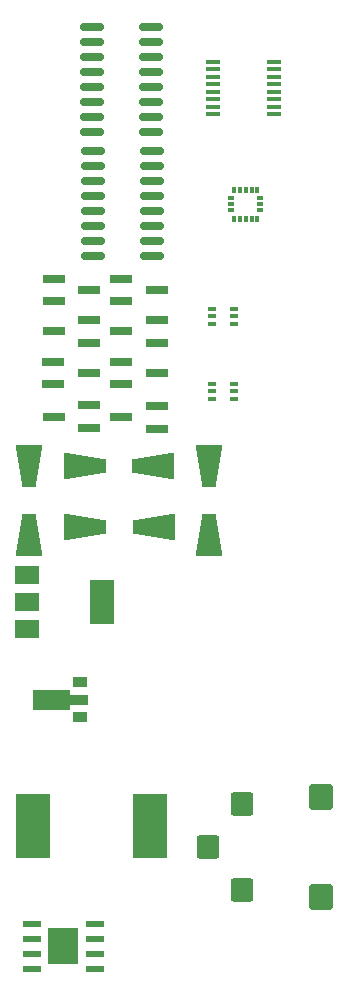
<source format=gbr>
%TF.GenerationSoftware,KiCad,Pcbnew,8.0.0-rc2-429-g037f349585*%
%TF.CreationDate,2024-02-09T22:22:20+01:00*%
%TF.ProjectId,xDuinoRail-Protoboard,78447569-6e6f-4526-9169-6c2d50726f74,rev?*%
%TF.SameCoordinates,Original*%
%TF.FileFunction,Paste,Top*%
%TF.FilePolarity,Positive*%
%FSLAX46Y46*%
G04 Gerber Fmt 4.6, Leading zero omitted, Abs format (unit mm)*
G04 Created by KiCad (PCBNEW 8.0.0-rc2-429-g037f349585) date 2024-02-09 22:22:20*
%MOMM*%
%LPD*%
G01*
G04 APERTURE LIST*
G04 Aperture macros list*
%AMRoundRect*
0 Rectangle with rounded corners*
0 $1 Rounding radius*
0 $2 $3 $4 $5 $6 $7 $8 $9 X,Y pos of 4 corners*
0 Add a 4 corners polygon primitive as box body*
4,1,4,$2,$3,$4,$5,$6,$7,$8,$9,$2,$3,0*
0 Add four circle primitives for the rounded corners*
1,1,$1+$1,$2,$3*
1,1,$1+$1,$4,$5*
1,1,$1+$1,$6,$7*
1,1,$1+$1,$8,$9*
0 Add four rect primitives between the rounded corners*
20,1,$1+$1,$2,$3,$4,$5,0*
20,1,$1+$1,$4,$5,$6,$7,0*
20,1,$1+$1,$6,$7,$8,$9,0*
20,1,$1+$1,$8,$9,$2,$3,0*%
%AMOutline4P*
0 Free polygon, 4 corners , with rotation*
0 The origin of the aperture is its center*
0 number of corners: always 4*
0 $1 to $8 corner X, Y*
0 $9 Rotation angle, in degrees counterclockwise*
0 create outline with 4 corners*
4,1,4,$1,$2,$3,$4,$5,$6,$7,$8,$1,$2,$9*%
%AMFreePoly0*
4,1,9,3.862500,-0.866500,0.737500,-0.866500,0.737500,-0.450000,-0.737500,-0.450000,-0.737500,0.450000,0.737500,0.450000,0.737500,0.866500,3.862500,0.866500,3.862500,-0.866500,3.862500,-0.866500,$1*%
G04 Aperture macros list end*
%ADD10R,1.550000X0.600000*%
%ADD11R,2.600000X3.100000*%
%ADD12R,2.900000X5.400000*%
%ADD13RoundRect,0.250000X-0.750000X0.850000X-0.750000X-0.850000X0.750000X-0.850000X0.750000X0.850000X0*%
%ADD14RoundRect,0.250000X-0.700000X0.750000X-0.700000X-0.750000X0.700000X-0.750000X0.700000X0.750000X0*%
%ADD15Outline4P,-1.800000X-1.150000X1.800000X-0.550000X1.800000X0.550000X-1.800000X1.150000X180.000000*%
%ADD16Outline4P,-1.800000X-1.150000X1.800000X-0.550000X1.800000X0.550000X-1.800000X1.150000X0.000000*%
%ADD17R,1.900000X0.800000*%
%ADD18Outline4P,-1.800000X-1.150000X1.800000X-0.550000X1.800000X0.550000X-1.800000X1.150000X270.000000*%
%ADD19Outline4P,-1.800000X-1.150000X1.800000X-0.550000X1.800000X0.550000X-1.800000X1.150000X90.000000*%
%ADD20R,0.650000X0.400000*%
%ADD21R,1.300000X0.900000*%
%ADD22FreePoly0,180.000000*%
%ADD23RoundRect,0.150000X-0.825000X-0.150000X0.825000X-0.150000X0.825000X0.150000X-0.825000X0.150000X0*%
%ADD24RoundRect,0.087500X-0.087500X0.187500X-0.087500X-0.187500X0.087500X-0.187500X0.087500X0.187500X0*%
%ADD25RoundRect,0.087500X-0.187500X0.087500X-0.187500X-0.087500X0.187500X-0.087500X0.187500X0.087500X0*%
%ADD26R,2.000000X1.500000*%
%ADD27R,2.000000X3.800000*%
%ADD28R,1.200000X0.400000*%
G04 APERTURE END LIST*
D10*
%TO.C,U108*%
X142240000Y-125730000D03*
X142240000Y-127000000D03*
X142240000Y-128270000D03*
X142240000Y-129540000D03*
X147640000Y-129540000D03*
X147640000Y-128270000D03*
X147640000Y-127000000D03*
X147640000Y-125730000D03*
D11*
X144940000Y-127635000D03*
%TD*%
D12*
%TO.C,L101*%
X152270000Y-117475000D03*
X142370000Y-117475000D03*
%TD*%
D13*
%TO.C,J109*%
X166770000Y-114970000D03*
X166770000Y-123470000D03*
D14*
X160020000Y-122870000D03*
X160020000Y-115570000D03*
X157170000Y-119220000D03*
%TD*%
D15*
%TO.C,D101*%
X152530000Y-86940000D03*
D16*
X146730000Y-86940000D03*
%TD*%
D17*
%TO.C,Q107*%
X152818100Y-83815000D03*
X152818100Y-81915000D03*
X149818100Y-82865000D03*
%TD*%
D18*
%TO.C,D104*%
X157295000Y-86995000D03*
D19*
X157295000Y-92795000D03*
%TD*%
D20*
%TO.C,Q110*%
X157485000Y-80010000D03*
X157485000Y-80660000D03*
X157485000Y-81310000D03*
X159385000Y-81310000D03*
X159385000Y-80660000D03*
X159385000Y-80010000D03*
%TD*%
D17*
%TO.C,Q106*%
X149833200Y-78131600D03*
X149833200Y-80031600D03*
X152833200Y-79081600D03*
%TD*%
D21*
%TO.C,U107*%
X146305500Y-108259400D03*
D22*
X146218000Y-106759400D03*
D21*
X146305500Y-105259400D03*
%TD*%
D17*
%TO.C,Q109*%
X147125200Y-83737100D03*
X147125200Y-81837100D03*
X144125200Y-82787100D03*
%TD*%
D23*
%TO.C,U103*%
X147450000Y-60325000D03*
X147450000Y-61595000D03*
X147450000Y-62865000D03*
X147450000Y-64135000D03*
X147450000Y-65405000D03*
X147450000Y-66675000D03*
X147450000Y-67945000D03*
X147450000Y-69215000D03*
X152400000Y-69215000D03*
X152400000Y-67945000D03*
X152400000Y-66675000D03*
X152400000Y-65405000D03*
X152400000Y-64135000D03*
X152400000Y-62865000D03*
X152400000Y-61595000D03*
X152400000Y-60325000D03*
%TD*%
%TO.C,U101*%
X147390000Y-49813200D03*
X147390000Y-51083200D03*
X147390000Y-52353200D03*
X147390000Y-53623200D03*
X147390000Y-54893200D03*
X147390000Y-56163200D03*
X147390000Y-57433200D03*
X147390000Y-58703200D03*
X152340000Y-58703200D03*
X152340000Y-57433200D03*
X152340000Y-56163200D03*
X152340000Y-54893200D03*
X152340000Y-53623200D03*
X152340000Y-52353200D03*
X152340000Y-51083200D03*
X152340000Y-49813200D03*
%TD*%
D17*
%TO.C,Q101*%
X144126700Y-71125000D03*
X144126700Y-73025000D03*
X147126700Y-72075000D03*
%TD*%
D24*
%TO.C,U106*%
X161365600Y-63575700D03*
X160865600Y-63575700D03*
X160365600Y-63575700D03*
X159865600Y-63575700D03*
X159365600Y-63575700D03*
D25*
X159140600Y-64300700D03*
X159140600Y-64800700D03*
X159140600Y-65300700D03*
D24*
X159365600Y-66025700D03*
X159865600Y-66025700D03*
X160365600Y-66025700D03*
X160865600Y-66025700D03*
X161365600Y-66025700D03*
D25*
X161590600Y-65300700D03*
X161590600Y-64800700D03*
X161590600Y-64300700D03*
%TD*%
D17*
%TO.C,Q105*%
X152841700Y-76520000D03*
X152841700Y-74620000D03*
X149841700Y-75570000D03*
%TD*%
D26*
%TO.C,U104*%
X141865500Y-96204400D03*
X141865500Y-98504400D03*
D27*
X148165500Y-98504400D03*
D26*
X141865500Y-100804400D03*
%TD*%
D17*
%TO.C,Q104*%
X149841700Y-71125000D03*
X149841700Y-73025000D03*
X152841700Y-72075000D03*
%TD*%
D20*
%TO.C,Q102*%
X157485000Y-73660000D03*
X157485000Y-74310000D03*
X157485000Y-74960000D03*
X159385000Y-74960000D03*
X159385000Y-74310000D03*
X159385000Y-73660000D03*
%TD*%
D18*
%TO.C,D102*%
X142055000Y-86995000D03*
D19*
X142055000Y-92795000D03*
%TD*%
D17*
%TO.C,Q103*%
X147126700Y-76520000D03*
X147126700Y-74620000D03*
X144126700Y-75570000D03*
%TD*%
D28*
%TO.C,U102*%
X157570600Y-52737200D03*
X157570600Y-53372200D03*
X157570600Y-54007200D03*
X157570600Y-54642200D03*
X157570600Y-55277200D03*
X157570600Y-55912200D03*
X157570600Y-56547200D03*
X157570600Y-57182200D03*
X162770600Y-57182200D03*
X162770600Y-56547200D03*
X162770600Y-55912200D03*
X162770600Y-55277200D03*
X162770600Y-54642200D03*
X162770600Y-54007200D03*
X162770600Y-53372200D03*
X162770600Y-52737200D03*
%TD*%
D15*
%TO.C,D103*%
X152575000Y-92160000D03*
D16*
X146775000Y-92160000D03*
%TD*%
D17*
%TO.C,Q108*%
X144089400Y-78165900D03*
X144089400Y-80065900D03*
X147089400Y-79115900D03*
%TD*%
M02*

</source>
